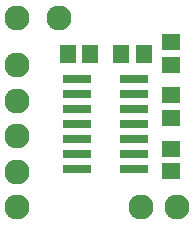
<source format=gbr>
G04 EAGLE Gerber RS-274X export*
G75*
%MOMM*%
%FSLAX34Y34*%
%LPD*%
%INSoldermask Top*%
%IPPOS*%
%AMOC8*
5,1,8,0,0,1.08239X$1,22.5*%
G01*
%ADD10R,1.427000X1.627000*%
%ADD11C,2.127000*%
%ADD12R,1.627000X1.427000*%
%ADD13R,2.413000X0.736600*%


D10*
X108000Y150000D03*
X127000Y150000D03*
D11*
X155000Y20000D03*
X125000Y20000D03*
X20000Y80000D03*
X20000Y140000D03*
X55000Y180000D03*
X20000Y180000D03*
D10*
X63000Y150000D03*
X82000Y150000D03*
D12*
X150000Y140500D03*
X150000Y159500D03*
X150000Y69500D03*
X150000Y50500D03*
X150000Y95500D03*
X150000Y114500D03*
D11*
X20000Y110000D03*
X20000Y20000D03*
X20000Y50000D03*
D13*
X70870Y128100D03*
X70870Y115400D03*
X70870Y102700D03*
X70870Y90000D03*
X70870Y77300D03*
X70870Y64600D03*
X70870Y51900D03*
X119130Y51900D03*
X119130Y64600D03*
X119130Y77300D03*
X119130Y90000D03*
X119130Y102700D03*
X119130Y115400D03*
X119130Y128100D03*
M02*

</source>
